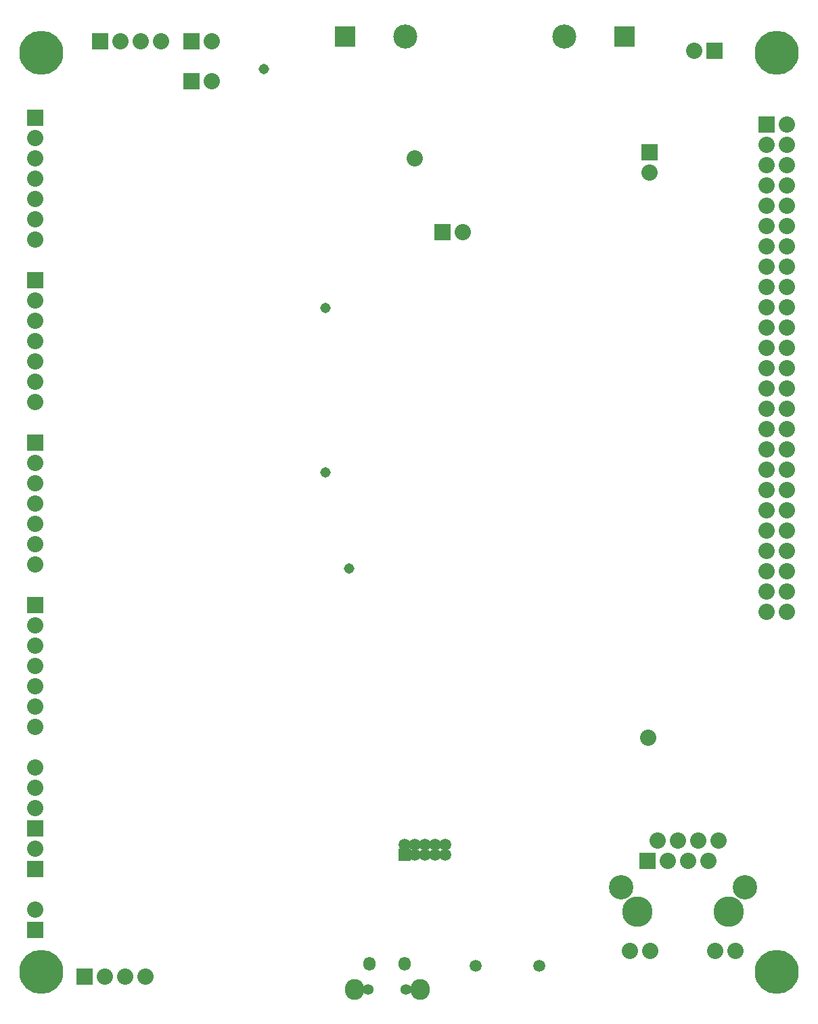
<source format=gbs>
G04 (created by PCBNEW (2013-05-18 BZR 4017)-stable) date Thu 19 Mar 2015 11:10:09 GMT*
%MOIN*%
G04 Gerber Fmt 3.4, Leading zero omitted, Abs format*
%FSLAX34Y34*%
G01*
G70*
G90*
G04 APERTURE LIST*
%ADD10C,0.00590551*%
%ADD11C,0.2169*%
%ADD12O,0.0594X0.0692*%
%ADD13O,0.0948X0.1027*%
%ADD14C,0.0535*%
%ADD15R,0.08X0.08*%
%ADD16C,0.08*%
%ADD17R,0.0594X0.0594*%
%ADD18C,0.0594*%
%ADD19C,0.1499*%
%ADD20C,0.12*%
%ADD21C,0.0515*%
%ADD22R,0.0987X0.0987*%
%ADD23C,0.1184*%
G04 APERTURE END LIST*
G54D10*
G54D11*
X2754Y1575D03*
G54D12*
X18905Y1968D03*
X20657Y1968D03*
G54D13*
X21395Y716D03*
X18167Y716D03*
G54D14*
X20716Y716D03*
X18846Y716D03*
G54D15*
X2429Y43625D03*
G54D16*
X2429Y42625D03*
X2429Y41625D03*
X2429Y40625D03*
X2429Y39625D03*
X2429Y38625D03*
X2429Y37625D03*
G54D15*
X2429Y35625D03*
G54D16*
X2429Y34625D03*
X2429Y33625D03*
X2429Y32625D03*
X2429Y31625D03*
X2429Y30625D03*
X2429Y29625D03*
G54D15*
X2429Y27625D03*
G54D16*
X2429Y26625D03*
X2429Y25625D03*
X2429Y24625D03*
X2429Y23625D03*
X2429Y22625D03*
X2429Y21625D03*
G54D15*
X2429Y19625D03*
G54D16*
X2429Y18625D03*
X2429Y17625D03*
X2429Y16625D03*
X2429Y15625D03*
X2429Y14625D03*
X2429Y13625D03*
G54D15*
X35911Y46929D03*
G54D16*
X34911Y46929D03*
G54D17*
X20651Y7329D03*
G54D18*
X20651Y7829D03*
X21151Y7329D03*
X21151Y7829D03*
X21651Y7329D03*
X21651Y7829D03*
X22151Y7329D03*
X22151Y7829D03*
X22651Y7329D03*
X22651Y7829D03*
X24140Y1870D03*
X27282Y1870D03*
G54D15*
X38474Y43299D03*
G54D16*
X39474Y43299D03*
X38474Y38299D03*
X39474Y42299D03*
X38474Y37299D03*
X39474Y41299D03*
X38474Y36299D03*
X39474Y40299D03*
X38474Y35299D03*
X39474Y39299D03*
X38474Y34299D03*
X39474Y38299D03*
X38474Y33299D03*
X39474Y37299D03*
X38474Y32299D03*
X39474Y36299D03*
X38474Y31299D03*
X39474Y35299D03*
X38474Y30299D03*
X39474Y34299D03*
X38474Y29299D03*
X39474Y33299D03*
X38474Y28299D03*
X39474Y32299D03*
X39474Y31299D03*
X38474Y27299D03*
X39474Y30299D03*
X39474Y28299D03*
X39474Y27299D03*
X39474Y26299D03*
X39474Y25299D03*
X38474Y26299D03*
X38474Y25299D03*
X38474Y42299D03*
X38474Y41299D03*
X38474Y40299D03*
X38474Y39299D03*
X38474Y24299D03*
X39474Y24299D03*
X39474Y29299D03*
X38474Y23299D03*
X39474Y23299D03*
X38474Y22299D03*
X39474Y22299D03*
X38474Y21299D03*
X39474Y21299D03*
X38474Y20299D03*
X39474Y20299D03*
X38474Y19299D03*
X39474Y19299D03*
G54D19*
X32098Y4528D03*
X36598Y4528D03*
G54D16*
X36098Y8028D03*
X35600Y7028D03*
X35098Y8028D03*
X34600Y7028D03*
X34098Y8028D03*
X33600Y7028D03*
X33098Y8028D03*
G54D20*
X31298Y5729D03*
X37398Y5728D03*
G54D16*
X35956Y2599D03*
X32740Y2599D03*
X36956Y2599D03*
X31740Y2599D03*
G54D15*
X32600Y7028D03*
G54D21*
X16730Y26181D03*
X13700Y46038D03*
X16730Y34252D03*
X17900Y21438D03*
G54D15*
X32696Y41944D03*
G54D16*
X32696Y40944D03*
X32638Y13104D03*
X21148Y41630D03*
G54D15*
X22500Y37988D03*
G54D16*
X23500Y37988D03*
G54D15*
X4888Y1328D03*
G54D16*
X5888Y1328D03*
X6888Y1328D03*
X7888Y1328D03*
G54D11*
X38974Y46850D03*
X38974Y1575D03*
X2754Y46850D03*
G54D15*
X2429Y8625D03*
G54D16*
X2429Y9625D03*
X2429Y10625D03*
X2429Y11625D03*
G54D15*
X2429Y6625D03*
G54D16*
X2429Y7625D03*
G54D15*
X2429Y3625D03*
G54D16*
X2429Y4625D03*
G54D22*
X31476Y47638D03*
G54D23*
X28524Y47638D03*
G54D22*
X17715Y47638D03*
G54D23*
X20667Y47638D03*
G54D15*
X5650Y47388D03*
G54D16*
X6650Y47388D03*
X7650Y47388D03*
X8650Y47388D03*
G54D15*
X10150Y47388D03*
G54D16*
X11150Y47388D03*
G54D15*
X10150Y45438D03*
G54D16*
X11150Y45438D03*
M02*

</source>
